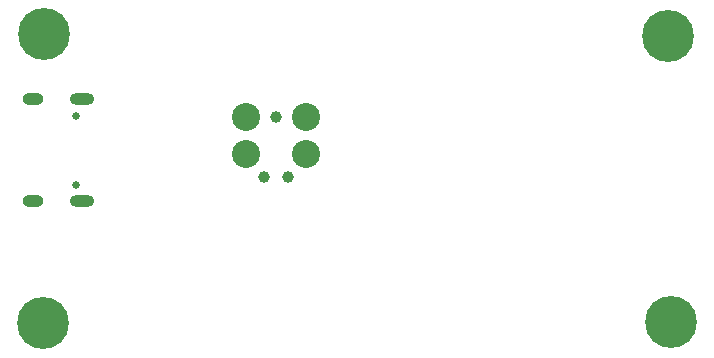
<source format=gbr>
%TF.GenerationSoftware,KiCad,Pcbnew,9.0.2*%
%TF.CreationDate,2025-06-08T15:41:30-05:00*%
%TF.ProjectId,STM32,53544d33-322e-46b6-9963-61645f706362,rev?*%
%TF.SameCoordinates,PX218c9f8PY54a9188*%
%TF.FileFunction,Soldermask,Bot*%
%TF.FilePolarity,Negative*%
%FSLAX46Y46*%
G04 Gerber Fmt 4.6, Leading zero omitted, Abs format (unit mm)*
G04 Created by KiCad (PCBNEW 9.0.2) date 2025-06-08 15:41:30*
%MOMM*%
%LPD*%
G01*
G04 APERTURE LIST*
%ADD10O,1.800000X1.000000*%
%ADD11O,2.100000X1.000000*%
%ADD12C,0.650000*%
%ADD13C,0.700000*%
%ADD14C,4.400000*%
%ADD15C,2.374900*%
%ADD16C,0.990600*%
G04 APERTURE END LIST*
D10*
%TO.C,J1*%
X3021000Y13773000D03*
D11*
X7201000Y13773000D03*
D10*
X3021000Y22413000D03*
D11*
X7201000Y22413000D03*
D12*
X6701000Y15203000D03*
X6701000Y20983000D03*
%TD*%
D13*
%TO.C,H1*%
X2337726Y27939726D03*
X2821000Y29106452D03*
X2821000Y26773000D03*
X3987726Y29589726D03*
D14*
X3987726Y27939726D03*
D13*
X3987726Y26289726D03*
X5154452Y29106452D03*
X5154452Y26773000D03*
X5637726Y27939726D03*
%TD*%
%TO.C,H3*%
X55171000Y27773000D03*
X55654274Y28939726D03*
X55654274Y26606274D03*
X56821000Y29423000D03*
D14*
X56821000Y27773000D03*
D13*
X56821000Y26123000D03*
X57987726Y28939726D03*
X57987726Y26606274D03*
X58471000Y27773000D03*
%TD*%
D15*
%TO.C,J3*%
X26151000Y20948000D03*
D16*
X23611000Y20948000D03*
D15*
X21071000Y20948000D03*
X26151000Y17773000D03*
X21071000Y17773000D03*
D16*
X24627000Y15868000D03*
X22595000Y15868000D03*
%TD*%
D13*
%TO.C,H2*%
X2254274Y3439726D03*
X2737548Y4606452D03*
X2737548Y2273000D03*
X3904274Y5089726D03*
D14*
X3904274Y3439726D03*
D13*
X3904274Y1789726D03*
X5071000Y4606452D03*
X5071000Y2273000D03*
X5554274Y3439726D03*
%TD*%
%TO.C,H4*%
X55421000Y3523000D03*
X55904274Y4689726D03*
X55904274Y2356274D03*
X57071000Y5173000D03*
D14*
X57071000Y3523000D03*
D13*
X57071000Y1873000D03*
X58237726Y4689726D03*
X58237726Y2356274D03*
X58721000Y3523000D03*
%TD*%
M02*

</source>
